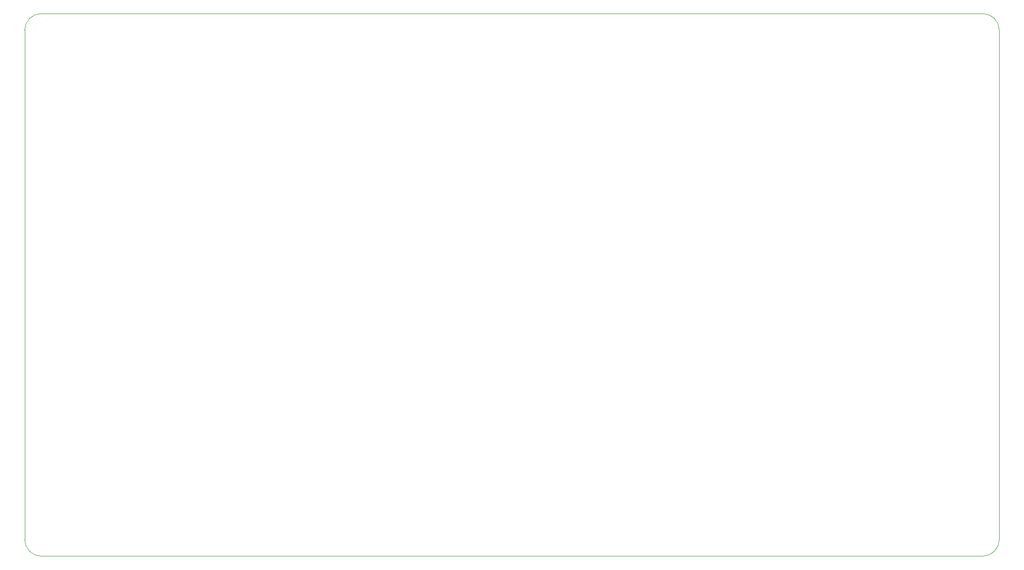
<source format=gbr>
%TF.GenerationSoftware,KiCad,Pcbnew,7.0.7-7.0.7~ubuntu20.04.1*%
%TF.CreationDate,2023-09-07T15:22:03-07:00*%
%TF.ProjectId,strobe-controller,7374726f-6265-42d6-936f-6e74726f6c6c,rev?*%
%TF.SameCoordinates,Original*%
%TF.FileFunction,Profile,NP*%
%FSLAX46Y46*%
G04 Gerber Fmt 4.6, Leading zero omitted, Abs format (unit mm)*
G04 Created by KiCad (PCBNEW 7.0.7-7.0.7~ubuntu20.04.1) date 2023-09-07 15:22:03*
%MOMM*%
%LPD*%
G01*
G04 APERTURE LIST*
%TA.AperFunction,Profile*%
%ADD10C,0.100000*%
%TD*%
G04 APERTURE END LIST*
D10*
X12000000Y-146000000D02*
G75*
G03*
X15000000Y-149000000I3000000J0D01*
G01*
X185000000Y-149000000D02*
G75*
G03*
X188000000Y-146000000I0J3000000D01*
G01*
X188000000Y-54000000D02*
G75*
G03*
X185000000Y-51000000I-3000000J0D01*
G01*
X15000000Y-51000000D02*
G75*
G03*
X12000000Y-54000000I0J-3000000D01*
G01*
X12000000Y-146000000D02*
X12000000Y-54000000D01*
X185000000Y-149000000D02*
X15000000Y-149000000D01*
X188000000Y-54000000D02*
X188000000Y-146000000D01*
X15000000Y-51000000D02*
X185000000Y-51000000D01*
M02*

</source>
